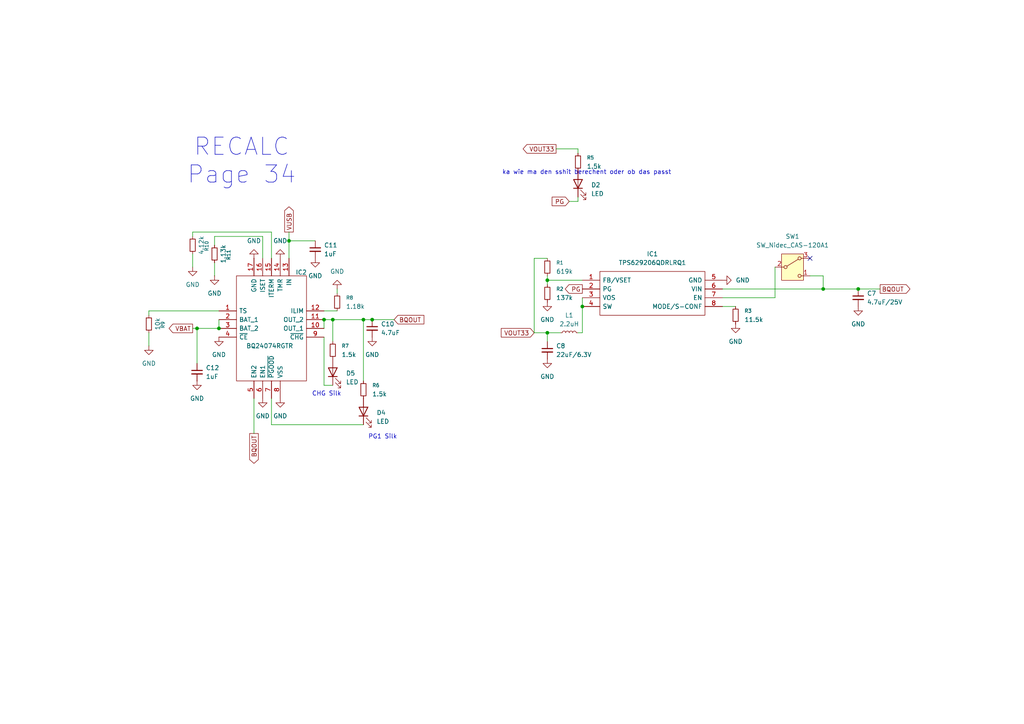
<source format=kicad_sch>
(kicad_sch (version 20250114) (generator "eeschema") (generator_version "9.0")
  (paper "A4")
  (lib_symbols
    (symbol "Device:C_Small" (pin_numbers (hide yes)) (pin_names (offset 0.254) (hide yes))
      (property "Reference" "C" (at 0.254 1.778 0))
      (property "Value" "C_Small" (at 0.254 -2.032 0))
      (symbol "C_Small_0_1"
        (polyline (pts (xy -1.524 0.508) (xy 1.524 0.508)) (stroke (width 0.3048)))
        (polyline (pts (xy -1.524 -0.508) (xy 1.524 -0.508)) (stroke (width 0.3302)))
      )
      (symbol "C_Small_1_1"
        (pin passive line (at 0 2.54 270) (length 2.032) (name "~") (number "1"))
        (pin passive line (at 0 -2.54 90) (length 2.032) (name "~") (number "2"))
      )
    )
    (symbol "Device:LED" (pin_numbers (hide yes)) (pin_names (offset 1.016) (hide yes))
      (property "Reference" "D" (at 0 2.54 0))
      (property "Value" "LED" (at 0 -2.54 0))
      (symbol "LED_0_1"
        (polyline (pts (xy -3.048 -0.762) (xy -4.572 -2.286) (xy -3.81 -2.286) (xy -4.572 -2.286) (xy -4.572 -1.524)))
        (polyline (pts (xy -1.778 -0.762) (xy -3.302 -2.286) (xy -2.54 -2.286) (xy -3.302 -2.286) (xy -3.302 -1.524)))
        (polyline (pts (xy -1.27 0) (xy 1.27 0)))
        (polyline (pts (xy -1.27 -1.27) (xy -1.27 1.27)) (stroke (width 0.254)))
        (polyline (pts (xy 1.27 -1.27) (xy 1.27 1.27) (xy -1.27 0) (xy 1.27 -1.27)) (stroke (width 0.254)))
      )
      (symbol "LED_1_1"
        (pin passive line (at -3.81 0 0) (length 2.54) (name "K") (number "1"))
        (pin passive line (at 3.81 0 180) (length 2.54) (name "A") (number "2"))
      )
    )
    (symbol "Device:L_Small" (pin_numbers (hide yes)) (pin_names (offset 0.254) (hide yes))
      (property "Reference" "L" (at 0.762 1.016 0))
      (property "Value" "L_Small" (at 0.762 -1.016 0))
      (symbol "L_Small_0_1"
        (arc (start 0 2.032) (mid 0.5058 1.524) (end 0 1.016))
        (arc (start 0 1.016) (mid 0.5058 0.508) (end 0 0))
        (arc (start 0 0) (mid 0.5058 -0.508) (end 0 -1.016))
        (arc (start 0 -1.016) (mid 0.5058 -1.524) (end 0 -2.032))
      )
      (symbol "L_Small_1_1"
        (pin passive line (at 0 2.54 270) (length 0.508) (name "~") (number "1"))
        (pin passive line (at 0 -2.54 90) (length 0.508) (name "~") (number "2"))
      )
    )
    (symbol "Device:R_Small" (pin_numbers (hide yes)) (pin_names (offset 0.254) (hide yes))
      (property "Reference" "R" (at 0 0 90))
      (property "Value" "R_Small" (at 1.778 0 90))
      (symbol "R_Small_0_1"
        (rectangle (start -0.762 1.778) (end 0.762 -1.778) (stroke (width 0.2032)))
      )
      (symbol "R_Small_1_1"
        (pin passive line (at 0 2.54 270) (length 0.762) (name "~") (number "1"))
        (pin passive line (at 0 -2.54 90) (length 0.762) (name "~") (number "2"))
      )
    )
    (symbol "SamacSys_Parts:BQ24074RGTR" (pin_names (offset 0.762))
      (property "Reference" "IC2" (at 23.876 11.176 0))
      (property "Value" "BQ24074RGTR" (at 15.748 3.302 0))
      (symbol "BQ24074RGTR_0_0"
        (pin passive line (at 0 0 0) (length 5.08) (name "TS") (number "1"))
        (pin passive line (at 0 -2.54 0) (length 5.08) (name "BAT_1") (number "2"))
        (pin passive line (at 0 -5.08 0) (length 5.08) (name "BAT_2") (number "3"))
        (pin passive line (at 0 -7.62 0) (length 5.08) (name "~{CE}") (number "4"))
        (pin passive line (at 10.16 15.24 270) (length 5.08) (name "GND") (number "17"))
        (pin passive line (at 10.16 -25.4 90) (length 5.08) (name "EN2") (number "5"))
        (pin passive line (at 12.7 15.24 270) (length 5.08) (name "ISET") (number "16"))
        (pin passive line (at 12.7 -25.4 90) (length 5.08) (name "EN1") (number "6"))
        (pin passive line (at 15.24 -25.4 90) (length 5.08) (name "~{PGOOD}") (number "7"))
        (pin passive line (at 17.78 15.24 270) (length 5.08) (name "TMR") (number "14"))
        (pin passive line (at 17.78 -25.4 90) (length 5.08) (name "VSS") (number "8"))
        (pin passive line (at 20.32 15.24 270) (length 5.08) (name "IN") (number "13"))
        (pin passive line (at 30.48 0 180) (length 5.08) (name "ILIM") (number "12"))
        (pin passive line (at 30.48 -2.54 180) (length 5.08) (name "OUT_2") (number "11"))
        (pin passive line (at 30.48 -5.08 180) (length 5.08) (name "OUT_1") (number "10"))
        (pin passive line (at 30.48 -7.62 180) (length 5.08) (name "~{CHG}") (number "9"))
      )
      (symbol "BQ24074RGTR_0_1"
        (polyline (pts (xy 5.08 10.16) (xy 25.4 10.16) (xy 25.4 -20.32) (xy 5.08 -20.32) (xy 5.08 10.16)) (stroke (width 0.1524)))
      )
      (symbol "BQ24074RGTR_1_0"
        (pin passive line (at 15.24 15.24 270) (length 5.08) (name "ITERM") (number "15"))
      )
    )
    (symbol "SamacSys_Parts:TPS629206QDRLRQ1" (pin_names (offset 0.762))
      (property "Reference" "IC" (at 36.83 7.62 0))
      (property "Value" "TPS629206QDRLRQ1" (at 36.83 5.08 0))
      (symbol "TPS629206QDRLRQ1_0_0"
        (pin passive line (at 0 0 0) (length 5.08) (name "FB/VSET") (number "1"))
        (pin passive line (at 0 -2.54 0) (length 5.08) (name "PG") (number "2"))
        (pin passive line (at 0 -5.08 0) (length 5.08) (name "VOS") (number "3"))
        (pin passive line (at 0 -7.62 0) (length 5.08) (name "SW") (number "4"))
        (pin passive line (at 40.64 0 180) (length 5.08) (name "GND") (number "5"))
        (pin passive line (at 40.64 -2.54 180) (length 5.08) (name "VIN") (number "6"))
        (pin passive line (at 40.64 -5.08 180) (length 5.08) (name "EN") (number "7"))
        (pin passive line (at 40.64 -7.62 180) (length 5.08) (name "MODE/S-CONF") (number "8"))
      )
      (symbol "TPS629206QDRLRQ1_0_1"
        (polyline (pts (xy 5.08 2.54) (xy 35.56 2.54) (xy 35.56 -10.16) (xy 5.08 -10.16) (xy 5.08 2.54)) (stroke (width 0.1524)))
      )
    )
    (symbol "Switch:SW_Nidec_CAS-120A1" (pin_names (offset 1) (hide yes))
      (property "Reference" "SW" (at 0 4.318 0))
      (property "Value" "SW_Nidec_CAS-120A1" (at 0 -5.08 0))
      (symbol "SW_Nidec_CAS-120A1_0_1"
        (circle (center -2.032 0) (radius 0.4572))
        (polyline (pts (xy -1.651 0.254) (xy 1.651 2.286)))
        (circle (center 2.032 2.54) (radius 0.4572))
        (circle (center 2.032 -2.54) (radius 0.4572))
      )
      (symbol "SW_Nidec_CAS-120A1_1_1"
        (rectangle (start -3.175 3.81) (end 3.175 -3.81) (fill (type background)))
        (pin passive line (at -5.08 0 0) (length 2.54) (name "B") (number "2"))
        (pin passive line (at 5.08 2.54 180) (length 2.54) (name "A") (number "3"))
        (pin passive line (at 5.08 -2.54 180) (length 2.54) (name "C") (number "1"))
      )
    )
    (symbol "power:GND" (power) (pin_numbers (hide yes)) (pin_names (offset 0) (hide yes))
      (property "Value" "GND" (at 0 -3.81 0))
      (symbol "GND_0_1"
        (polyline (pts (xy 0 0) (xy 0 -1.27) (xy 1.27 -1.27) (xy 0 -2.54) (xy -1.27 -1.27) (xy 0 -1.27)))
      )
      (symbol "GND_1_1"
        (pin power_in line (at 0 0 270) (length 0) (name "~") (number "1"))
      )
    )
  )
  (text "RECALC\nPage 34\n" (at 70.104 46.736 0) (effects (font (size 5 5))))
  (text "PG1 Silk" (at 110.998 126.746 0) (effects (font (size 1.27 1.27))))
  (text "ka wie ma den sshit berechent oder ob das passt\n" (at 170.18 50.038 0) (effects (font (size 1.27 1.27))))
  (text "CHG Silk" (at 94.742 114.3 0) (effects (font (size 1.27 1.27))))
  (junction (at 57.15 95.25))
  (junction (at 63.5 95.25))
  (junction (at 107.95 92.71))
  (junction (at 93.98 92.71))
  (junction (at 83.82 69.85))
  (junction (at 238.76 83.82))
  (junction (at 105.41 92.71))
  (junction (at 158.75 81.28))
  (junction (at 168.91 88.9))
  (junction (at 96.52 92.71))
  (junction (at 158.75 96.52))
  (junction (at 248.92 83.82))
  (no_connect (at 234.95 74.93))
  (wire (pts (xy 62.23 76.2) (xy 62.23 80.01)))
  (wire (pts (xy 97.79 83.82) (xy 97.79 85.09)))
  (wire (pts (xy 167.64 58.42) (xy 165.1 58.42)))
  (wire (pts (xy 168.91 86.36) (xy 168.91 88.9)))
  (wire (pts (xy 158.75 81.28) (xy 158.75 82.55)))
  (wire (pts (xy 105.41 92.71) (xy 105.41 110.49)))
  (wire (pts (xy 83.82 69.85) (xy 91.44 69.85)))
  (wire (pts (xy 63.5 92.71) (xy 63.5 95.25)))
  (wire (pts (xy 154.94 74.93) (xy 154.94 96.52)))
  (wire (pts (xy 105.41 123.19) (xy 78.74 123.19)))
  (wire (pts (xy 78.74 74.93) (xy 78.74 67.31)))
  (wire (pts (xy 105.41 92.71) (xy 107.95 92.71)))
  (wire (pts (xy 55.88 67.31) (xy 55.88 68.58)))
  (wire (pts (xy 78.74 115.57) (xy 78.74 123.19)))
  (wire (pts (xy 93.98 97.79) (xy 93.98 111.76)))
  (wire (pts (xy 57.15 95.25) (xy 57.15 105.41)))
  (wire (pts (xy 63.5 90.17) (xy 43.18 90.17)))
  (wire (pts (xy 93.98 111.76) (xy 96.52 111.76)))
  (wire (pts (xy 107.95 92.71) (xy 114.3 92.71)))
  (wire (pts (xy 43.18 96.52) (xy 43.18 100.33)))
  (wire (pts (xy 73.66 115.57) (xy 73.66 125.73)))
  (wire (pts (xy 83.82 67.31) (xy 83.82 69.85)))
  (wire (pts (xy 154.94 96.52) (xy 158.75 96.52)))
  (wire (pts (xy 55.88 95.25) (xy 57.15 95.25)))
  (wire (pts (xy 93.98 92.71) (xy 93.98 95.25)))
  (wire (pts (xy 238.76 83.82) (xy 248.92 83.82)))
  (wire (pts (xy 168.91 96.52) (xy 168.91 88.9)))
  (wire (pts (xy 76.2 74.93) (xy 76.2 68.58)))
  (wire (pts (xy 209.55 83.82) (xy 238.76 83.82)))
  (wire (pts (xy 62.23 68.58) (xy 62.23 71.12)))
  (wire (pts (xy 158.75 96.52) (xy 158.75 99.06)))
  (wire (pts (xy 158.75 81.28) (xy 168.91 81.28)))
  (wire (pts (xy 76.2 68.58) (xy 62.23 68.58)))
  (wire (pts (xy 167.64 43.18) (xy 167.64 44.45)))
  (wire (pts (xy 158.75 80.01) (xy 158.75 81.28)))
  (wire (pts (xy 238.76 80.01) (xy 234.95 80.01)))
  (wire (pts (xy 168.91 96.52) (xy 167.64 96.52)))
  (wire (pts (xy 57.15 95.25) (xy 63.5 95.25)))
  (wire (pts (xy 154.94 74.93) (xy 158.75 74.93)))
  (wire (pts (xy 158.75 96.52) (xy 162.56 96.52)))
  (wire (pts (xy 209.55 86.36) (xy 224.79 86.36)))
  (wire (pts (xy 78.74 67.31) (xy 55.88 67.31)))
  (wire (pts (xy 209.55 88.9) (xy 213.36 88.9)))
  (wire (pts (xy 96.52 92.71) (xy 105.41 92.71)))
  (wire (pts (xy 43.18 90.17) (xy 43.18 91.44)))
  (wire (pts (xy 167.64 57.15) (xy 167.64 58.42)))
  (wire (pts (xy 83.82 69.85) (xy 83.82 74.93)))
  (wire (pts (xy 238.76 80.01) (xy 238.76 83.82)))
  (wire (pts (xy 93.98 92.71) (xy 96.52 92.71)))
  (wire (pts (xy 224.79 86.36) (xy 224.79 77.47)))
  (wire (pts (xy 55.88 73.66) (xy 55.88 77.47)))
  (wire (pts (xy 96.52 92.71) (xy 96.52 99.06)))
  (wire (pts (xy 161.29 43.18) (xy 167.64 43.18)))
  (wire (pts (xy 248.92 83.82) (xy 255.27 83.82)))
  (wire (pts (xy 93.98 90.17) (xy 97.79 90.17)))
  (global_label "BQOUT" (shape output) (at 73.66 125.73 270) (property "Intersheetrefs" "${INTERSHEET_REFS}" (effects (hide yes))))
  (global_label "PG" (shape input) (at 165.1 58.42 180) (property "Intersheetrefs" "${INTERSHEET_REFS}" (effects (hide yes))))
  (global_label "VBAT" (shape output) (at 55.88 95.25 180) (property "Intersheetrefs" "${INTERSHEET_REFS}" (effects (hide yes))))
  (global_label "VOUT33" (shape output) (at 161.29 43.18 180) (property "Intersheetrefs" "${INTERSHEET_REFS}" (effects (hide yes))))
  (global_label "PG" (shape output) (at 168.91 83.82 180) (property "Intersheetrefs" "${INTERSHEET_REFS}" (effects (hide yes))))
  (global_label "BQOUT" (shape input) (at 114.3 92.71 0) (property "Intersheetrefs" "${INTERSHEET_REFS}" (effects (hide yes))))
  (global_label "VUSB" (shape output) (at 83.82 67.31 90) (property "Intersheetrefs" "${INTERSHEET_REFS}" (effects (hide yes))))
  (global_label "BQOUT" (shape output) (at 255.27 83.82 0) (property "Intersheetrefs" "${INTERSHEET_REFS}" (effects (hide yes))))
  (global_label "VOUT33" (shape input) (at 154.94 96.52 180) (property "Intersheetrefs" "${INTERSHEET_REFS}" (effects (hide yes))))
  (symbol (lib_id "power:GND") (at 73.66 74.93 180) (unit 1)
    (property "Reference" "#PWR021" (effects (hide yes)))
    (property "Value" "GND" (at 73.66 69.85 0))
    (property "Description" "Power symbol creates a global label with name \"GND\" , ground" (effects (hide yes)))
  )
  (symbol (lib_id "power:GND") (at 81.28 115.57 0) (unit 1)
    (property "Reference" "#PWR011" (effects (hide yes)))
    (property "Value" "GND" (at 81.28 120.65 0))
    (property "Description" "Power symbol creates a global label with name \"GND\" , ground" (effects (hide yes)))
  )
  (symbol (lib_id "power:GND") (at 76.2 115.57 0) (unit 1)
    (property "Reference" "#PWR012" (effects (hide yes)))
    (property "Value" "GND" (at 76.2 120.65 0))
    (property "Description" "Power symbol creates a global label with name \"GND\" , ground" (effects (hide yes)))
  )
  (symbol (lib_id "Device:C_Small") (at 57.15 107.95 0) (unit 1)
    (property "Reference" "C12" (at 59.69 106.6862 0) (effects (justify left)))
    (property "Value" "1uF" (at 59.69 109.2262 0) (effects (justify left)))
    (property "Description" "Unpolarized capacitor, small symbol" (effects (hide yes)))
  )
  (symbol (lib_id "power:GND") (at 209.55 81.28 90) (unit 1)
    (property "Reference" "#PWR07" (effects (hide yes)))
    (property "Value" "GND" (at 213.36 81.2799 90) (effects (justify right)))
    (property "Description" "Power symbol creates a global label with name \"GND\" , ground" (effects (hide yes)))
  )
  (symbol (lib_id "Device:LED") (at 96.52 107.95 90) (unit 1)
    (property "Reference" "D5" (at 100.33 108.2674 90) (effects (justify right)))
    (property "Value" "LED" (at 100.33 110.8074 90) (effects (justify right)))
    (property "Description" "Light emitting diode" (effects (hide yes)))
    (property "Sim.Pins" "1=K 2=A" (effects (hide yes)))
  )
  (symbol (lib_id "Device:R_Small") (at 55.88 71.12 0) (unit 1)
    (property "Reference" "R10" (at 59.944 71.374 90) (effects (font (size 1.016 1.016))))
    (property "Value" "4.12k" (at 58.42 71.12 90))
    (property "Description" "Resistor, small symbol" (effects (hide yes)))
  )
  (symbol (lib_id "Device:C_Small") (at 158.75 101.6 0) (unit 1)
    (property "Reference" "C8" (at 161.29 100.3362 0) (effects (justify left)))
    (property "Value" "22uF/6.3V" (at 161.29 102.8762 0) (effects (justify left)))
    (property "Footprint" "Capacitor_SMD:C_0805_2012Metric" (effects (hide yes)))
    (property "Description" "Unpolarized capacitor, small symbol" (effects (hide yes)))
  )
  (symbol (lib_id "power:GND") (at 55.88 77.47 0) (unit 1)
    (property "Reference" "#PWR019" (effects (hide yes)))
    (property "Value" "GND" (at 55.88 82.55 0))
    (property "Description" "Power symbol creates a global label with name \"GND\" , ground" (effects (hide yes)))
  )
  (symbol (lib_id "Device:R_Small") (at 167.64 46.99 180) (unit 1)
    (property "Reference" "R5" (at 170.18 45.7199 0) (effects (font (size 1.016 1.016)) (justify right)))
    (property "Value" "1.5k" (at 170.18 48.2599 0) (effects (justify right)))
    (property "Description" "Resistor, small symbol" (effects (hide yes)))
  )
  (symbol (lib_id "Device:R_Small") (at 105.41 113.03 180) (unit 1)
    (property "Reference" "R6" (at 107.95 111.7599 0) (effects (font (size 1.016 1.016)) (justify right)))
    (property "Value" "1.5k" (at 107.95 114.2999 0) (effects (justify right)))
    (property "Description" "Resistor, small symbol" (effects (hide yes)))
  )
  (symbol (lib_id "Device:R_Small") (at 97.79 87.63 180) (unit 1)
    (property "Reference" "R8" (at 100.33 86.3599 0) (effects (font (size 1.016 1.016)) (justify right)))
    (property "Value" "1.18k" (at 100.33 88.8999 0) (effects (justify right)))
    (property "Description" "Resistor, small symbol" (effects (hide yes)))
  )
  (symbol (lib_id "power:GND") (at 97.79 83.82 180) (unit 1)
    (property "Reference" "#PWR014" (effects (hide yes)))
    (property "Value" "GND" (at 97.79 78.74 0))
    (property "Description" "Power symbol creates a global label with name \"GND\" , ground" (effects (hide yes)))
  )
  (symbol (lib_id "power:GND") (at 213.36 93.98 0) (unit 1)
    (property "Reference" "#PWR08" (effects (hide yes)))
    (property "Value" "GND" (at 213.36 99.06 0))
    (property "Description" "Power symbol creates a global label with name \"GND\" , ground" (effects (hide yes)))
  )
  (symbol (lib_id "SamacSys_Parts:BQ24074RGTR") (at 63.5 90.17 0) (unit 1)
    (property "Reference" "IC2" (at 87.376 78.994 0))
    (property "Value" "BQ24074RGTR" (at 78.232 100.33 0))
    (property "Footprint" "QFN50P300X300X100-17N-D" (effects (hide yes)))
    (property "Datasheet" "https://www.ti.com/lit/ds/symlink/bq24074.pdf?ts=1763244263694&ref_url=https%253A%252F%252Fwww.ti.com%252Fproduct%252FBQ24074%253Futm_source%253Dgoogle%2526utm_medium%253Dcpc%2526utm_campaign%253Dapp-null-null-GPN_EN-cpc-pf-google-ww_en_cons%2526utm_content%253DBQ24074%2526ds_k%253DBQ24074+Datasheet%2526DCM%253Dyes%2526gclsrc%253Daw.ds%2526gad_source%253D1%2526gad_campaignid%253D1767856010%2526gbraid%253D0AAAAAC068F1Dko5rCDbYCIEuucLsKVslc%2526gclid%253DCj0KCQiA5uDIBhDAARIsAOxj0CH29n63qRSfGYGpxAbzUqAyqPHtgRywXHM5Knt_cZPcZulSCMiRc_8aAp_8EALw_wcB" (effects (hide yes)))
    (property "Description" "USB-Friendly Li-Ion Battery Charger and Power-Path Management IC, 10.5V OVP" (effects (hide yes)))
    (property "Description_1" "USB-Friendly Li-Ion Battery Charger and Power-Path Management IC, 10.5V OVP" (effects (hide yes)))
    (property "Height" "1" (effects (hide yes)))
    (property "Mouser Part Number" "595-BQ24074RGTR" (effects (hide yes)))
    (property "Mouser Price/Stock" "https://www.mouser.co.uk/ProductDetail/Texas-Instruments/BQ24074RGTR?qs=ZV%2Fxhq4oszp2Nll7fIx5wg%3D%3D" (effects (hide yes)))
    (property "Manufacturer_Name" "Texas Instruments" (effects (hide yes)))
    (property "Manufacturer_Part_Number" "BQ24074RGTR" (effects (hide yes)))
    (property "Field11" "https://www.ti.com/lit/ds/symlink/bq24074.pdf?ts=1763244263694&ref_url=https%253A%252F%252Fwww.ti.com%252Fproduct%252FBQ24074%253Futm_source%253Dgoogle%2526utm_medium%253Dcpc%2526utm_campaign%253Dapp-null-null-GPN_EN-cpc-pf-google-ww_en_cons%2526utm_content%253DBQ24074%2526ds_k%253DBQ24074+Datasheet%2526DCM%253Dyes%2526gclsrc%253Daw.ds%2526gad_source%253D1%2526gad_campaignid%253D1767856010%2526gbraid%253D0AAAAAC068F1Dko5rCDbYCIEuucLsKVslc%2526gclid%253DCj0KCQiA5uDIBhDAARIsAOxj0CH29n63qRSfGYGpxAbzUqAyqPHtgRywXHM5Knt_cZPcZulSCMiRc_8aAp_8EALw_wcB" (effects (hide yes)))
  )
  (symbol (lib_id "Device:LED") (at 105.41 119.38 90) (unit 1)
    (property "Reference" "D4" (at 109.22 119.6974 90) (effects (justify right)))
    (property "Value" "LED" (at 109.22 122.2374 90) (effects (justify right)))
    (property "Description" "Light emitting diode" (effects (hide yes)))
    (property "Sim.Pins" "1=K 2=A" (effects (hide yes)))
  )
  (symbol (lib_id "power:GND") (at 158.75 104.14 0) (unit 1)
    (property "Reference" "#PWR05" (effects (hide yes)))
    (property "Value" "GND" (at 158.75 109.22 0))
    (property "Description" "Power symbol creates a global label with name \"GND\" , ground" (effects (hide yes)))
  )
  (symbol (lib_id "Device:R_Small") (at 62.23 73.66 0) (unit 1)
    (property "Reference" "R11" (at 66.294 73.914 90) (effects (font (size 1.016 1.016))))
    (property "Value" "1.13k" (at 64.77 73.66 90))
    (property "Description" "Resistor, small symbol" (effects (hide yes)))
  )
  (symbol (lib_id "power:GND") (at 107.95 97.79 0) (unit 1)
    (property "Reference" "#PWR013" (effects (hide yes)))
    (property "Value" "GND" (at 107.95 102.87 0))
    (property "Description" "Power symbol creates a global label with name \"GND\" , ground" (effects (hide yes)))
  )
  (symbol (lib_id "Switch:SW_Nidec_CAS-120A1") (at 229.87 77.47 0) (unit 1)
    (property "Reference" "SW1" (at 229.87 68.58 0))
    (property "Value" "SW_Nidec_CAS-120A1" (at 229.87 71.12 0))
    (property "Footprint" "Button_Switch_SMD:Nidec_Copal_CAS-120A" (effects (hide yes)))
    (property "Datasheet" "https://www.nidec-components.com/e/catalog/switch/cas.pdf" (effects (hide yes)))
    (property "Description" "Switch, single pole double throw" (effects (hide yes)))
  )
  (symbol (lib_id "power:GND") (at 57.15 110.49 0) (unit 1)
    (property "Reference" "#PWR022" (effects (hide yes)))
    (property "Value" "GND" (at 57.15 115.57 0))
    (property "Description" "Power symbol creates a global label with name \"GND\" , ground" (effects (hide yes)))
  )
  (symbol (lib_id "Device:R_Small") (at 158.75 85.09 180) (unit 1)
    (property "Reference" "R2" (at 161.29 83.8199 0) (effects (font (size 1.016 1.016)) (justify right)))
    (property "Value" "137k" (at 161.29 86.3599 0) (effects (justify right)))
    (property "Description" "Resistor, small symbol" (effects (hide yes)))
  )
  (symbol (lib_id "Device:LED") (at 167.64 53.34 90) (unit 1)
    (property "Reference" "D2" (at 171.45 53.6574 90) (effects (justify right)))
    (property "Value" "LED" (at 171.45 56.1974 90) (effects (justify right)))
    (property "Description" "Light emitting diode" (effects (hide yes)))
    (property "Sim.Pins" "1=K 2=A" (effects (hide yes)))
  )
  (symbol (lib_id "Device:C_Small") (at 91.44 72.39 0) (unit 1)
    (property "Reference" "C11" (at 93.98 71.1262 0) (effects (justify left)))
    (property "Value" "1uF" (at 93.98 73.6662 0) (effects (justify left)))
    (property "Description" "Unpolarized capacitor, small symbol" (effects (hide yes)))
  )
  (symbol (lib_id "Device:R_Small") (at 158.75 77.47 180) (unit 1)
    (property "Reference" "R1" (at 161.29 76.1999 0) (effects (font (size 1.016 1.016)) (justify right)))
    (property "Value" "619k" (at 161.29 78.7399 0) (effects (justify right)))
    (property "Description" "Resistor, small symbol" (effects (hide yes)))
  )
  (symbol (lib_id "SamacSys_Parts:TPS629206QDRLRQ1") (at 168.91 81.28 0) (unit 1)
    (property "Reference" "IC1" (at 189.23 73.66 0))
    (property "Value" "TPS629206QDRLRQ1" (at 189.23 76.2 0))
    (property "Footprint" "SOTFL50P160X60-8N" (effects (hide yes)))
    (property "Datasheet" "https://www.ti.com/lit/gpn/TPS629206-Q1" (effects (hide yes)))
    (property "Description" "Switching Voltage Regulators Automotive 3-V to 17-V, 0.6-A, low-IQ, synchronous buck converter in SOT-583 package 8-SOT-5X3 -40 to 150" (effects (hide yes)))
    (property "Description_1" "Switching Voltage Regulators Automotive 3-V to 17-V, 0.6-A, low-IQ, synchronous buck converter in SOT-583 package 8-SOT-5X3 -40 to 150" (effects (hide yes)))
    (property "Height" "0.6" (effects (hide yes)))
    (property "Mouser Part Number" "595-TPS629206QDRLRQ1" (effects (hide yes)))
    (property "Mouser Price/Stock" "https://www.mouser.co.uk/ProductDetail/Texas-Instruments/TPS629206QDRLRQ1?qs=Znm5pLBrcAKSjTz%252BzqwnCQ%3D%3D" (effects (hide yes)))
    (property "Manufacturer_Name" "Texas Instruments" (effects (hide yes)))
    (property "Manufacturer_Part_Number" "TPS629206QDRLRQ1" (effects (hide yes)))
  )
  (symbol (lib_id "power:GND") (at 81.28 74.93 180) (unit 1)
    (property "Reference" "#PWR018" (effects (hide yes)))
    (property "Value" "GND" (at 81.28 69.85 0))
    (property "Description" "Power symbol creates a global label with name \"GND\" , ground" (effects (hide yes)))
  )
  (symbol (lib_id "power:GND") (at 43.18 100.33 0) (unit 1)
    (property "Reference" "#PWR016" (effects (hide yes)))
    (property "Value" "GND" (at 43.18 105.41 0))
    (property "Description" "Power symbol creates a global label with name \"GND\" , ground" (effects (hide yes)))
  )
  (symbol (lib_id "Device:C_Small") (at 107.95 95.25 0) (unit 1)
    (property "Reference" "C10" (at 110.49 93.9862 0) (effects (justify left)))
    (property "Value" "4.7uF" (at 110.49 96.5262 0) (effects (justify left)))
    (property "Description" "Unpolarized capacitor, small symbol" (effects (hide yes)))
  )
  (symbol (lib_id "Device:L_Small") (at 165.1 96.52 90) (unit 1)
    (property "Reference" "L1" (at 165.1 91.44 90))
    (property "Value" "2.2uH" (at 165.1 93.98 90))
    (property "Footprint" "Inductor_SMD:L_TDK_MLZ1608" (effects (hide yes)))
    (property "Description" "Inductor, small symbol" (effects (hide yes)))
  )
  (symbol (lib_id "power:GND") (at 91.44 74.93 0) (unit 1)
    (property "Reference" "#PWR015" (effects (hide yes)))
    (property "Value" "GND" (at 91.44 80.01 0))
    (property "Description" "Power symbol creates a global label with name \"GND\" , ground" (effects (hide yes)))
  )
  (symbol (lib_id "Device:R_Small") (at 213.36 91.44 180) (unit 1)
    (property "Reference" "R3" (at 215.9 90.1699 0) (effects (font (size 1.016 1.016)) (justify right)))
    (property "Value" "11.5k" (at 215.9 92.7099 0) (effects (justify right)))
    (property "Description" "Resistor, small symbol" (effects (hide yes)))
  )
  (symbol (lib_id "Device:R_Small") (at 96.52 101.6 180) (unit 1)
    (property "Reference" "R7" (at 99.06 100.3299 0) (effects (font (size 1.016 1.016)) (justify right)))
    (property "Value" "1.5k" (at 99.06 102.8699 0) (effects (justify right)))
    (property "Description" "Resistor, small symbol" (effects (hide yes)))
  )
  (symbol (lib_id "power:GND") (at 63.5 97.79 0) (unit 1)
    (property "Reference" "#PWR017" (effects (hide yes)))
    (property "Value" "GND" (at 63.5 102.87 0))
    (property "Description" "Power symbol creates a global label with name \"GND\" , ground" (effects (hide yes)))
  )
  (symbol (lib_id "power:GND") (at 158.75 87.63 0) (unit 1)
    (property "Reference" "#PWR06" (effects (hide yes)))
    (property "Value" "GND" (at 158.75 92.71 0))
    (property "Description" "Power symbol creates a global label with name \"GND\" , ground" (effects (hide yes)))
  )
  (symbol (lib_id "Device:C_Small") (at 248.92 86.36 0) (unit 1)
    (property "Reference" "C7" (at 251.46 85.0962 0) (effects (justify left)))
    (property "Value" "4.7uF/25V" (at 251.46 87.6362 0) (effects (justify left)))
    (property "Footprint" "Capacitor_SMD:C_1206_3216Metric" (effects (hide yes)))
    (property "Description" "Unpolarized capacitor, small symbol" (effects (hide yes)))
  )
  (symbol (lib_id "Device:R_Small") (at 43.18 93.98 0) (unit 1)
    (property "Reference" "R9" (at 47.244 94.234 90) (effects (font (size 1.016 1.016))))
    (property "Value" "10k" (at 45.72 93.98 90))
    (property "Description" "Resistor, small symbol" (effects (hide yes)))
  )
  (symbol (lib_id "power:GND") (at 248.92 88.9 0) (unit 1)
    (property "Reference" "#PWR04" (effects (hide yes)))
    (property "Value" "GND" (at 248.92 93.98 0))
    (property "Description" "Power symbol creates a global label with name \"GND\" , ground" (effects (hide yes)))
  )
  (symbol (lib_id "power:GND") (at 62.23 80.01 0) (unit 1)
    (property "Reference" "#PWR020" (effects (hide yes)))
    (property "Value" "GND" (at 62.23 85.09 0))
    (property "Description" "Power symbol creates a global label with name \"GND\" , ground" (effects (hide yes)))
  )
)
</source>
